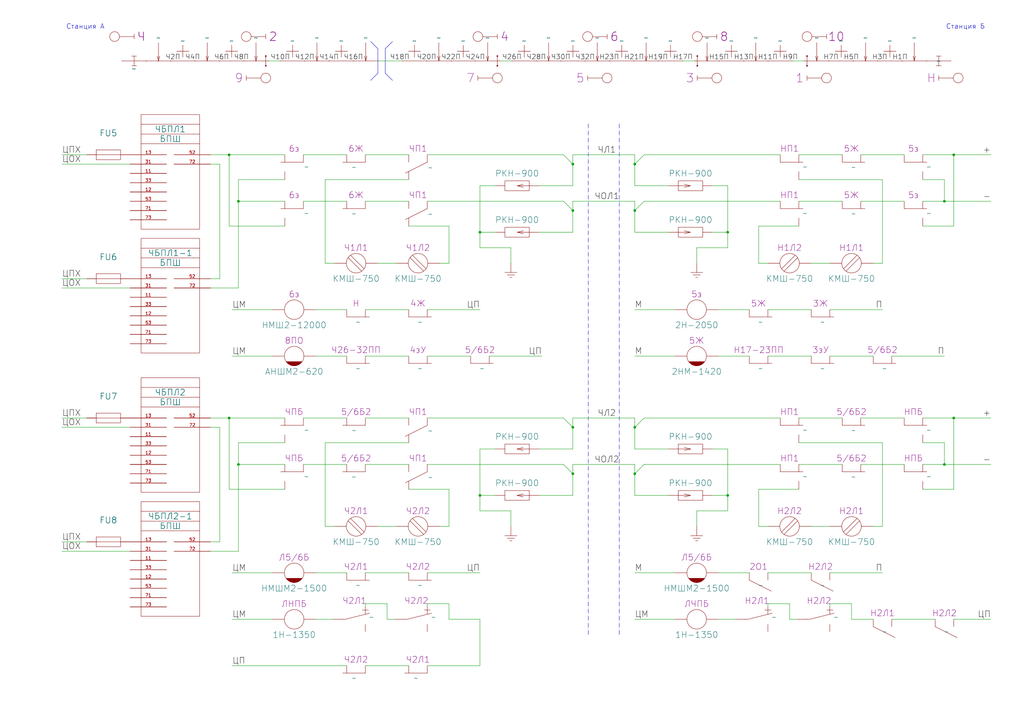
<source format=kicad_sch>
(kicad_sch (version 20231120) (generator "eeschema") (generator_version "8.0")
  (paper "A3")
  (title_block (title "Станция А") (company "МКТ РУТ (МИИТ)") (comment 1 "КП 27.02.03.03.000 ГЧ") (comment 2 "Сафранович") (comment 3 "Бузунова") (comment 9 "Схема линейных цепей"))
  (junction (at 260.35 194.31))
  (junction (at 260.35 67.31))
  (junction (at 260.35 86.36))
  (junction (at 387.35 82.55))
  (junction (at 387.35 190.5))
  (junction (at 234.95 194.31))
  (junction (at 196.85 203.2))
  (junction (at 234.95 67.31))
  (junction (at 97.79 82.55))
  (junction (at 298.45 203.2))
  (junction (at 234.95 86.36))
  (junction (at 93.98 171.45))
  (junction (at 391.16 171.45))
  (junction (at 196.85 95.25))
  (junction (at 298.45 95.25))
  (junction (at 234.95 175.26))
  (junction (at 97.79 190.5))
  (junction (at 93.98 63.5))
  (junction (at 260.35 175.26))
  (junction (at 391.16 63.5))
  (wire (pts (xy 311.15 215.9) (xy 314.96 215.9)))
  (wire (pts (xy 184.15 92.71) (xy 184.15 107.95)))
  (wire (pts (xy 298.45 184.15) (xy 292.1 184.15)))
  (wire (pts (xy 149.86 82.55) (xy 167.64 82.55)))
  (wire (pts (xy 124.46 190.5) (xy 142.24 190.5)))
  (wire (pts (xy 234.95 63.5) (xy 260.35 63.5)))
  (wire (pts (xy 196.85 184.15) (xy 196.85 203.2)))
  (wire (pts (xy 175.26 190.5) (xy 231.14 190.5)))
  (wire (pts (xy 149.86 247.65) (xy 149.86 248.92)))
  (wire (pts (xy 95.25 254) (xy 111.76 254)))
  (wire (pts (xy 25.4 67.31) (xy 53.34 67.31)))
  (wire (pts (xy 260.35 86.36) (xy 260.35 95.25)))
  (wire (pts (xy 93.98 92.71) (xy 116.84 92.71)))
  (wire (pts (xy 231.14 190.5) (xy 234.95 194.31)))
  (wire (pts (xy 391.16 63.5) (xy 391.16 92.71)))
  (wire (pts (xy 184.15 107.95) (xy 180.34 107.95)))
  (wire (pts (xy 149.86 273.05) (xy 167.64 273.05)))
  (wire (pts (xy 220.98 76.2) (xy 234.95 76.2)))
  (wire (pts (xy 129.54 254) (xy 136.525 254)))
  (wire (pts (xy 158.75 247.65) (xy 149.86 247.65)))
  (wire (pts (xy 298.45 203.2) (xy 298.45 209.55)))
  (wire (pts (xy 97.79 181.61) (xy 116.84 181.61)))
  (wire (pts (xy 298.45 95.25) (xy 298.45 101.6)))
  (polyline (pts (xy 161 17) (xy 158 20)))
  (wire (pts (xy 285.75 209.55) (xy 285.75 215.9)))
  (wire (pts (xy 298.45 184.15) (xy 298.45 203.2)))
  (wire (pts (xy 124.46 63.5) (xy 142.24 63.5)))
  (wire (pts (xy 196.85 95.25) (xy 203.2 95.25)))
  (wire (pts (xy 294.64 234.95) (xy 307.34 234.95)))
  (wire (pts (xy 391.16 63.5) (xy 378.46 63.5)))
  (wire (pts (xy 97.79 190.5) (xy 97.79 181.61)))
  (wire (pts (xy 95.25 146.05) (xy 111.76 146.05)))
  (wire (pts (xy 345.44 171.45) (xy 327.66 171.45)))
  (wire (pts (xy 345.44 190.5) (xy 327.66 190.5)))
  (wire (pts (xy 320.04 63.5) (xy 264.16 63.5)))
  (wire (pts (xy 298.45 203.2) (xy 292.1 203.2)))
  (wire (pts (xy 294.64 146.05) (xy 307.34 146.05)))
  (wire (pts (xy 391.16 171.45) (xy 391.16 200.66)))
  (wire (pts (xy 234.95 175.26) (xy 234.95 184.15)))
  (polyline (pts (xy 155 20) (xy 155 30)))
  (wire (pts (xy 391.16 92.71) (xy 378.46 92.71)))
  (wire (pts (xy 234.95 67.31) (xy 234.95 63.5)))
  (polyline (pts (xy 158 20) (xy 158 30)))
  (wire (pts (xy 196.85 203.2) (xy 196.85 209.55)))
  (wire (pts (xy 137.16 215.9) (xy 133.35 215.9)))
  (polyline (pts (xy 241.3 50.8) (xy 241.3 260.35)) (stroke (width 0) (type dash_dot)))
  (wire (pts (xy 25.4 226.06) (xy 53.34 226.06)))
  (wire (pts (xy 391.16 63.5) (xy 406.4 63.5)))
  (wire (pts (xy 340.36 146.05) (xy 358.14 146.05)))
  (wire (pts (xy 86.36 171.45) (xy 93.98 171.45)))
  (wire (pts (xy 97.79 82.55) (xy 116.84 82.55)))
  (wire (pts (xy 264.16 63.5) (xy 260.35 67.31)))
  (wire (pts (xy 200.66 146.05) (xy 222.25 146.05)))
  (wire (pts (xy 387.35 181.61) (xy 378.46 181.61)))
  (wire (pts (xy 311.15 107.95) (xy 314.96 107.95)))
  (wire (pts (xy 349.25 247.65) (xy 349.25 254)))
  (wire (pts (xy 231.14 82.55) (xy 234.95 86.36)))
  (wire (pts (xy 129.54 234.95) (xy 142.24 234.95)))
  (wire (pts (xy 320.04 171.45) (xy 264.16 171.45)))
  (wire (pts (xy 231.14 63.5) (xy 234.95 67.31)))
  (wire (pts (xy 97.79 118.11) (xy 97.79 82.55)))
  (wire (pts (xy 260.35 127) (xy 276.86 127)))
  (wire (pts (xy 93.98 200.66) (xy 116.84 200.66)))
  (wire (pts (xy 327.66 92.71) (xy 311.15 92.71)))
  (wire (pts (xy 370.84 63.5) (xy 353.06 63.5)))
  (wire (pts (xy 196.85 76.2) (xy 196.85 95.25)))
  (wire (pts (xy 260.35 194.31) (xy 260.35 203.2)))
  (wire (pts (xy 387.35 73.66) (xy 378.46 73.66)))
  (wire (pts (xy 365.76 254) (xy 383.54 254)))
  (wire (pts (xy 274.32 95.25) (xy 260.35 95.25)))
  (wire (pts (xy 323.85 254) (xy 323.85 247.65)))
  (wire (pts (xy 370.84 171.45) (xy 353.06 171.45)))
  (wire (pts (xy 25.4 175.26) (xy 53.34 175.26)))
  (wire (pts (xy 280 25) (xy 285 25)))
  (wire (pts (xy 196.85 273.05) (xy 196.85 254)))
  (wire (pts (xy 25.4 171.45) (xy 35.56 171.45)))
  (wire (pts (xy 320.04 82.55) (xy 264.16 82.55)))
  (wire (pts (xy 311.15 200.66) (xy 311.15 215.9)))
  (wire (pts (xy 155 25) (xy 165 25)))
  (wire (pts (xy 220.98 95.25) (xy 234.95 95.25)))
  (wire (pts (xy 234.95 190.5) (xy 260.35 190.5)))
  (wire (pts (xy 124.46 171.45) (xy 142.24 171.45)))
  (wire (pts (xy 332.74 215.9) (xy 340.36 215.9)))
  (wire (pts (xy 93.98 63.5) (xy 93.98 92.71)))
  (wire (pts (xy 175.26 63.5) (xy 231.14 63.5)))
  (wire (pts (xy 93.98 63.5) (xy 116.84 63.5)))
  (wire (pts (xy 234.95 82.55) (xy 260.35 82.55)))
  (wire (pts (xy 358.14 215.9) (xy 361.95 215.9)))
  (wire (pts (xy 184.15 215.9) (xy 180.34 215.9)))
  (wire (pts (xy 149.86 146.05) (xy 167.64 146.05)))
  (wire (pts (xy 90.17 222.25) (xy 86.36 222.25)))
  (wire (pts (xy 175.26 127) (xy 196.85 127)))
  (wire (pts (xy 133.35 107.95) (xy 133.35 73.66)))
  (wire (pts (xy 196.85 203.2) (xy 203.2 203.2)))
  (wire (pts (xy 167.64 92.71) (xy 184.15 92.71)))
  (wire (pts (xy 264.16 171.45) (xy 260.35 175.26)))
  (wire (pts (xy 260.35 190.5) (xy 260.35 194.31)))
  (wire (pts (xy 234.95 67.31) (xy 234.95 76.2)))
  (wire (pts (xy 298.45 76.2) (xy 298.45 95.25)))
  (wire (pts (xy 25.4 114.3) (xy 35.56 114.3)))
  (wire (pts (xy 260.35 146.05) (xy 276.86 146.05)))
  (wire (pts (xy 391.16 254) (xy 406.4 254)))
  (wire (pts (xy 391.16 171.45) (xy 378.46 171.45)))
  (wire (pts (xy 361.95 215.9) (xy 361.95 181.61)))
  (wire (pts (xy 184.15 247.65) (xy 184.15 254)))
  (wire (pts (xy 196.85 184.15) (xy 203.2 184.15)))
  (wire (pts (xy 332.74 107.95) (xy 340.36 107.95)))
  (wire (pts (xy 340.36 247.65) (xy 349.25 247.65)))
  (wire (pts (xy 175.26 273.05) (xy 196.85 273.05)))
  (wire (pts (xy 175.26 171.45) (xy 231.14 171.45)))
  (wire (pts (xy 133.35 215.9) (xy 133.35 181.61)))
  (wire (pts (xy 137.16 107.95) (xy 133.35 107.95)))
  (wire (pts (xy 90.17 175.26) (xy 90.17 222.25)))
  (wire (pts (xy 260.35 171.45) (xy 260.35 175.26)))
  (wire (pts (xy 220.98 203.2) (xy 234.95 203.2)))
  (wire (pts (xy 175.26 247.65) (xy 184.15 247.65)))
  (wire (pts (xy 260.35 63.5) (xy 260.35 67.31)))
  (wire (pts (xy 209.55 101.6) (xy 209.55 107.95)))
  (wire (pts (xy 231.14 171.45) (xy 234.95 175.26)))
  (wire (pts (xy 285.75 101.6) (xy 285.75 107.95)))
  (wire (pts (xy 95.25 234.95) (xy 111.76 234.95)))
  (wire (pts (xy 391.16 171.45) (xy 406.4 171.45)))
  (wire (pts (xy 196.85 101.6) (xy 209.55 101.6)))
  (wire (pts (xy 323.85 247.65) (xy 314.96 247.65)))
  (wire (pts (xy 196.85 254) (xy 184.15 254)))
  (wire (pts (xy 86.36 118.11) (xy 97.79 118.11)))
  (wire (pts (xy 158.75 254) (xy 158.75 247.65)))
  (wire (pts (xy 234.95 171.45) (xy 260.35 171.45)))
  (wire (pts (xy 124.46 82.55) (xy 142.24 82.55)))
  (wire (pts (xy 25.4 118.11) (xy 53.34 118.11)))
  (wire (pts (xy 234.95 86.36) (xy 234.95 82.55)))
  (wire (pts (xy 149.86 127) (xy 167.64 127)))
  (wire (pts (xy 175.26 146.05) (xy 193.04 146.05)))
  (wire (pts (xy 311.15 92.71) (xy 311.15 107.95)))
  (wire (pts (xy 298.45 95.25) (xy 292.1 95.25)))
  (wire (pts (xy 196.85 209.55) (xy 209.55 209.55)))
  (wire (pts (xy 387.35 190.5) (xy 378.46 190.5)))
  (wire (pts (xy 260.35 82.55) (xy 260.35 86.36)))
  (wire (pts (xy 294.64 127) (xy 307.34 127)))
  (wire (pts (xy 234.95 171.45) (xy 234.95 175.26)))
  (wire (pts (xy 149.86 190.5) (xy 167.64 190.5)))
  (wire (pts (xy 325 25) (xy 330 25)))
  (wire (pts (xy 209.55 209.55) (xy 209.55 215.9)))
  (wire (pts (xy 175.26 82.55) (xy 231.14 82.55)))
  (wire (pts (xy 314.96 127) (xy 332.74 127)))
  (wire (pts (xy 349.25 254) (xy 358.14 254)))
  (polyline (pts (xy 152 17) (xy 155 20)))
  (wire (pts (xy 387.35 82.55) (xy 387.35 73.66)))
  (wire (pts (xy 129.54 127) (xy 142.24 127)))
  (wire (pts (xy 93.98 171.45) (xy 93.98 200.66)))
  (wire (pts (xy 234.95 194.31) (xy 234.95 190.5)))
  (wire (pts (xy 320.04 190.5) (xy 264.16 190.5)))
  (wire (pts (xy 298.45 76.2) (xy 292.1 76.2)))
  (wire (pts (xy 260.35 254) (xy 276.86 254)))
  (wire (pts (xy 149.86 171.45) (xy 167.64 171.45)))
  (polyline (pts (xy 152 33) (xy 155 30)))
  (wire (pts (xy 340.36 248.92) (xy 340.36 247.65)))
  (wire (pts (xy 340.36 127) (xy 361.95 127)))
  (wire (pts (xy 162.56 107.95) (xy 154.94 107.95)))
  (wire (pts (xy 167.64 200.66) (xy 184.15 200.66)))
  (wire (pts (xy 90.17 67.31) (xy 90.17 114.3)))
  (wire (pts (xy 264.16 82.55) (xy 260.35 86.36)))
  (wire (pts (xy 175.26 234.95) (xy 196.85 234.95)))
  (wire (pts (xy 274.32 76.2) (xy 260.35 76.2)))
  (wire (pts (xy 361.95 107.95) (xy 361.95 73.66)))
  (wire (pts (xy 260.35 234.95) (xy 276.86 234.95)))
  (wire (pts (xy 205 25) (xy 210 25)))
  (wire (pts (xy 345.44 63.5) (xy 327.66 63.5)))
  (wire (pts (xy 260.35 67.31) (xy 260.35 76.2)))
  (wire (pts (xy 387.35 190.5) (xy 406.4 190.5)))
  (wire (pts (xy 370.84 190.5) (xy 353.06 190.5)))
  (wire (pts (xy 387.35 82.55) (xy 378.46 82.55)))
  (wire (pts (xy 133.35 181.61) (xy 167.64 181.61)))
  (wire (pts (xy 361.95 181.61) (xy 327.66 181.61)))
  (wire (pts (xy 361.95 73.66) (xy 327.66 73.66)))
  (wire (pts (xy 95.25 273.05) (xy 142.24 273.05)))
  (wire (pts (xy 358.14 107.95) (xy 361.95 107.95)))
  (wire (pts (xy 97.79 190.5) (xy 116.84 190.5)))
  (wire (pts (xy 294.64 254) (xy 301.625 254)))
  (wire (pts (xy 93.98 171.45) (xy 116.84 171.45)))
  (wire (pts (xy 314.96 234.95) (xy 332.74 234.95)))
  (polyline (pts (xy 254 50.8) (xy 254 260.35)) (stroke (width 0) (type dash_dot)))
  (wire (pts (xy 274.32 203.2) (xy 260.35 203.2)))
  (wire (pts (xy 298.45 209.55) (xy 285.75 209.55)))
  (wire (pts (xy 314.96 146.05) (xy 332.74 146.05)))
  (wire (pts (xy 274.32 184.15) (xy 260.35 184.15)))
  (wire (pts (xy 161.925 254) (xy 158.75 254)))
  (wire (pts (xy 391.16 200.66) (xy 378.46 200.66)))
  (wire (pts (xy 370.84 82.55) (xy 353.06 82.55)))
  (wire (pts (xy 264.16 190.5) (xy 260.35 194.31)))
  (wire (pts (xy 365.76 146.05) (xy 387.35 146.05)))
  (wire (pts (xy 86.36 63.5) (xy 93.98 63.5)))
  (wire (pts (xy 196.85 76.2) (xy 203.2 76.2)))
  (wire (pts (xy 110 25) (xy 115 25)))
  (wire (pts (xy 25.4 222.25) (xy 35.56 222.25)))
  (wire (pts (xy 25.4 63.5) (xy 35.56 63.5)))
  (wire (pts (xy 327.025 254) (xy 323.85 254)))
  (polyline (pts (xy 158 30) (xy 161 33)))
  (wire (pts (xy 149.86 63.5) (xy 167.64 63.5)))
  (wire (pts (xy 90.17 67.31) (xy 86.36 67.31)))
  (wire (pts (xy 97.79 73.66) (xy 116.84 73.66)))
  (wire (pts (xy 260.35 175.26) (xy 260.35 184.15)))
  (wire (pts (xy 95.25 127) (xy 111.76 127)))
  (wire (pts (xy 90.17 175.26) (xy 86.36 175.26)))
  (wire (pts (xy 387.35 190.5) (xy 387.35 181.61)))
  (wire (pts (xy 345.44 82.55) (xy 327.66 82.55)))
  (wire (pts (xy 162.56 215.9) (xy 154.94 215.9)))
  (wire (pts (xy 175.26 248.92) (xy 175.26 247.65)))
  (wire (pts (xy 387.35 82.55) (xy 406.4 82.55)))
  (wire (pts (xy 298.45 101.6) (xy 285.75 101.6)))
  (wire (pts (xy 340.36 234.95) (xy 361.95 234.95)))
  (wire (pts (xy 149.86 234.95) (xy 167.64 234.95)))
  (wire (pts (xy 133.35 73.66) (xy 167.64 73.66)))
  (wire (pts (xy 314.96 247.65) (xy 314.96 248.92)))
  (wire (pts (xy 327.66 200.66) (xy 311.15 200.66)))
  (wire (pts (xy 97.79 226.06) (xy 97.79 190.5)))
  (wire (pts (xy 184.15 200.66) (xy 184.15 215.9)))
  (wire (pts (xy 90.17 114.3) (xy 86.36 114.3)))
  (wire (pts (xy 97.79 82.55) (xy 97.79 73.66)))
  (wire (pts (xy 129.54 146.05) (xy 142.24 146.05)))
  (wire (pts (xy 234.95 194.31) (xy 234.95 203.2)))
  (wire (pts (xy 196.85 95.25) (xy 196.85 101.6)))
  (wire (pts (xy 86.36 226.06) (xy 97.79 226.06)))
  (wire (pts (xy 220.98 184.15) (xy 234.95 184.15)))
  (wire (pts (xy 234.95 86.36) (xy 234.95 95.25)))
  (text "Станция А" (at 35 11 0) (effects (font (size 2 2))))
  (text "Станция Б" (at 396 11 0) (effects (font (size 2 2))))
  (label "Ч10П" (at 119 25 180) (effects (font (size 2 2))) (property "Netclass" "Рельсы" (effects (hide yes))))
  (label "ЦПХ" (at 25.4 63.5 0) (effects (font (size 2.5 2.5))) (property "Netclass" "Цепь" (effects (hide yes))))
  (label "ЦП" (at 406.4 254 180) (effects (font (size 2.5 2.5))) (property "Netclass" "Цепь" (effects (hide yes))))
  (label "Н21П" (at 256 25 0) (effects (font (size 2 2))) (property "Netclass" "Рельсы" (effects (hide yes))))
  (label "Ч8П" (at 96 25 0) (effects (font (size 2 2))) (property "Netclass" "Рельсы" (effects (hide yes))))
  (label "ЦМ" (at 95.25 254 0) (effects (font (size 2.5 2.5))) (property "Netclass" "Цепь" (effects (hide yes))))
  (label "ЦП" (at 196.85 127 180) (effects (font (size 2.5 2.5))) (property "Netclass" "Цепь" (effects (hide yes))))
  (label "ЧОЛ2" (at 243.84 190.5 0) (effects (font (size 2.5 2.5))) (property "Netclass" "Цепь" (effects (hide yes))))
  (label "Ч6П" (at 94 25 180) (effects (font (size 2 2))) (property "Netclass" "Рельсы" (effects (hide yes))))
  (label "ЦПХ" (at 25.4 222.25 0) (effects (font (size 2.5 2.5))) (property "Netclass" "Цепь" (effects (hide yes))))
  (label "-" (at 406.4 190.5 180) (effects (font (size 2.5 2.5))) (property "Netclass" "Цепь" (effects (hide yes))))
  (label "Ч2П" (at 74 25 180) (effects (font (size 2 2))) (property "Netclass" "Рельсы" (effects (hide yes))))
  (label "ЦП" (at 222.25 146.05 180) (effects (font (size 2.5 2.5))) (property "Netclass" "Цепь" (effects (hide yes))))
  (label "М" (at 260.35 234.95 0) (effects (font (size 2.5 2.5))) (property "Netclass" "Цепь" (effects (hide yes))))
  (label "Ч4П" (at 76 25 0) (effects (font (size 2 2))) (property "Netclass" "Рельсы" (effects (hide yes))))
  (label "ЦОХ" (at 25.4 118.11 0) (effects (font (size 2.5 2.5))) (property "Netclass" "Цепь" (effects (hide yes))))
  (label "Ч28П" (at 216 25 0) (effects (font (size 2 2))) (property "Netclass" "Рельсы" (effects (hide yes))))
  (label "Ч12П" (at 121 25 0) (effects (font (size 2 2))) (property "Netclass" "Рельсы" (effects (hide yes))))
  (label "Н7П" (at 344 25 180) (effects (font (size 2 2))) (property "Netclass" "Рельсы" (effects (hide yes))))
  (label "ЦОХ" (at 25.4 67.31 0) (effects (font (size 2.5 2.5))) (property "Netclass" "Цепь" (effects (hide yes))))
  (label "М" (at 260.35 146.05 0) (effects (font (size 2.5 2.5))) (property "Netclass" "Цепь" (effects (hide yes))))
  (label "Ч24П" (at 191 25 0) (effects (font (size 2 2))) (property "Netclass" "Рельсы" (effects (hide yes))))
  (label "Н13П" (at 301 25 0) (effects (font (size 2 2))) (property "Netclass" "Рельсы" (effects (hide yes))))
  (label "П" (at 361.95 127 180) (effects (font (size 2.5 2.5))) (property "Netclass" "Цепь" (effects (hide yes))))
  (label "Н11П" (at 319 25 180) (effects (font (size 2 2))) (property "Netclass" "Рельсы" (effects (hide yes))))
  (label "ЧОЛ1" (at 243.84 82.55 0) (effects (font (size 2.5 2.5))) (property "Netclass" "Цепь" (effects (hide yes))))
  (label "П" (at 387.35 146.05 180) (effects (font (size 2.5 2.5))) (property "Netclass" "Цепь" (effects (hide yes))))
  (label "Ч22П" (at 189 25 180) (effects (font (size 2 2))) (property "Netclass" "Рельсы" (effects (hide yes))))
  (label "ЦПХ" (at 25.4 171.45 0) (effects (font (size 2.5 2.5))) (property "Netclass" "Цепь" (effects (hide yes))))
  (label "ЦМ" (at 95.25 127 0) (effects (font (size 2.5 2.5))) (property "Netclass" "Цепь" (effects (hide yes))))
  (label "+" (at 406.4 171.45 180) (effects (font (size 2.5 2.5))) (property "Netclass" "Цепь" (effects (hide yes))))
  (label "ЦОХ" (at 25.4 175.26 0) (effects (font (size 2.5 2.5))) (property "Netclass" "Цепь" (effects (hide yes))))
  (label "ЦОХ" (at 25.4 226.06 0) (effects (font (size 2.5 2.5))) (property "Netclass" "Цепь" (effects (hide yes))))
  (label "П" (at 361.95 234.95 180) (effects (font (size 2.5 2.5))) (property "Netclass" "Цепь" (effects (hide yes))))
  (label "-" (at 406.4 82.55 180) (effects (font (size 2.5 2.5))) (property "Netclass" "Цепь" (effects (hide yes))))
  (label "Ч26П" (at 214 25 180) (effects (font (size 2 2))) (property "Netclass" "Рельсы" (effects (hide yes))))
  (label "ЦП" (at 95.25 273.05 0) (effects (font (size 2.5 2.5))) (property "Netclass" "Цепь" (effects (hide yes))))
  (label "Ч32П" (at 236 25 0) (effects (font (size 2 2))) (property "Netclass" "Рельсы" (effects (hide yes))))
  (label "Н1П" (at 366 25 0) (effects (font (size 2 2))) (property "Netclass" "Рельсы" (effects (hide yes))))
  (label "М" (at 260.35 127 0) (effects (font (size 2.5 2.5))) (property "Netclass" "Цепь" (effects (hide yes))))
  (label "Н3П" (at 364 25 180) (effects (font (size 2 2))) (property "Netclass" "Рельсы" (effects (hide yes))))
  (label "ЧЛ1" (at 245.11 63.5 0) (effects (font (size 2.5 2.5))) (property "Netclass" "Цепь" (effects (hide yes))))
  (label "ЦМ" (at 95.25 234.95 0) (effects (font (size 2.5 2.5))) (property "Netclass" "Цепь" (effects (hide yes))))
  (label "Н23П" (at 254 25 180) (effects (font (size 2 2))) (property "Netclass" "Рельсы" (effects (hide yes))))
  (label "ЧЛ2" (at 245.11 171.45 0) (effects (font (size 2.5 2.5))) (property "Netclass" "Цепь" (effects (hide yes))))
  (label "Ч30П" (at 234 25 180) (effects (font (size 2 2))) (property "Netclass" "Рельсы" (effects (hide yes))))
  (label "Ч16П" (at 141 25 0) (effects (font (size 2 2))) (property "Netclass" "Рельсы" (effects (hide yes))))
  (label "Ч20П" (at 171 25 0) (effects (font (size 2 2))) (property "Netclass" "Рельсы" (effects (hide yes))))
  (label "+" (at 406.4 63.5 180) (effects (font (size 2.5 2.5))) (property "Netclass" "Цепь" (effects (hide yes))))
  (label "ЦМ" (at 95.25 146.05 0) (effects (font (size 2.5 2.5))) (property "Netclass" "Цепь" (effects (hide yes))))
  (label "ЦП" (at 196.85 234.95 180) (effects (font (size 2.5 2.5))) (property "Netclass" "Цепь" (effects (hide yes))))
  (label "Ч18П" (at 168 25 180) (effects (font (size 2 2))) (property "Netclass" "Рельсы" (effects (hide yes))))
  (label "Н9П" (at 321 25 0) (effects (font (size 2 2))) (property "Netclass" "Рельсы" (effects (hide yes))))
  (label "Н19П" (at 274 25 180) (effects (font (size 2 2))) (property "Netclass" "Рельсы" (effects (hide yes))))
  (label "ЦПХ" (at 25.4 114.3 0) (effects (font (size 2.5 2.5))) (property "Netclass" "Цепь" (effects (hide yes))))
  (label "Н15П" (at 299 25 180) (effects (font (size 2 2))) (property "Netclass" "Рельсы" (effects (hide yes))))
  (label "Н17П" (at 276 25 0) (effects (font (size 2 2))) (property "Netclass" "Рельсы" (effects (hide yes))))
  (label "ЦМ" (at 260.35 254 0) (effects (font (size 2.5 2.5))) (property "Netclass" "Цепь" (effects (hide yes))))
  (label "Н5П" (at 346 25 0) (effects (font (size 2 2))) (property "Netclass" "Рельсы" (effects (hide yes))))
  (label "Ч14П" (at 139 25 180) (effects (font (size 2 2))) (property "Netclass" "Рельсы" (effects (hide yes))))
  (symbol (lib_id "SCB_Relay:Контакт_нейтрального_якоря_НЗ") (at 323.85 190.5 0) (unit 1)
    (property "Reference" "Н1221" (effects (hide yes)))
    (property "Value" "~" (at 330.2 195.43 0) (effects (font (size 2.5 2.5))))
    (property "Обозначение реле" "НП1" (at 323.85 187.96 0) (effects (font (size 2.5 2.5))))
  )
  (symbol (lib_name "SCB_АБТЦ:Генератор_Нитки") (lib_id "SCB_АБТЦ:Генератор_Нитки") (at 105 25 180) (unit 1)
    (property "Reference" "Генератор1111121" (effects (hide yes)))
    (property "Value" "~" (at 105 15.48 0) (effects (font (size 2.5 2.5))))
  )
  (symbol (lib_id "SCB_Relay:Комбинированное") (at 349.25 107.95 0) (unit 1)
    (property "Reference" "К11" (effects (hide yes)))
    (property "Value" "КМШ-750" (at 349.25 114.3 0) (effects (font (size 2.5 2.5))))
    (property "Обозначение реле" "Н1Л1" (at 349.25 101.6 0) (effects (font (size 2.5 2.5))))
  )
  (symbol (lib_name "SCB_АБТЦ:Приемник_Нитки") (lib_id "SCB_АБТЦ:Приемник_Нитки") (at 215 25 180) (unit 1)
    (property "Reference" "Приемник1111131" (effects (hide yes)))
    (property "Value" "~" (at 215 16.75 0) (effects (font (size 2.5 2.5))))
  )
  (symbol (lib_id "SCB_Relay:Нейтральное") (at 285.75 127 0) (unit 1)
    (property "Reference" "Н11" (effects (hide yes)))
    (property "Value" "2Н-2050" (at 285.75 133.35 0) (effects (font (size 2.5 2.5))))
    (property "Обозначение реле" "5з" (at 285.75 120.65 0) (effects (font (size 2.5 2.5))))
  )
  (symbol (lib_id "Device_GOST:FU_FUSE") (at 44.45 114.3 0) (unit 1)
    (property "Reference" "FU6" (at 44.45 105.41 0) (effects (font (size 2.5 2.5))))
    (property "Value" "FU_FUSE" (effects (hide yes)))
  )
  (symbol (lib_id "power_GOST:Earth") (at 285.75 215.9 0) (mirror y) (unit 1)
    (property "Reference" "#PWR07" (effects (hide yes)))
    (property "Value" "Earth" (effects (hide yes)))
  )
  (symbol (lib_id "SCB:Светофор") (at 204 15 0) (unit 1)
    (property "Reference" "Светофор1121" (effects (hide yes)))
    (property "Литера" "4" (at 207 15 0) (effects (font (size 3.5 3.5))))
  )
  (symbol (lib_name "SCB_Relay:Контакт_нейтрального_якоря_НЗ") (lib_id "SCB_Relay:Контакт_нейтрального_якоря_НЗ") (at 120.65 63.5 0) (mirror y) (unit 1)
    (property "Reference" "Н1" (effects (hide yes)))
    (property "Value" "~" (at 125.73 68.43 0) (effects (font (size 2.5 2.5))))
    (property "Обозначение реле" "6з" (at 120.65 60.96 0) (effects (font (size 2.5 2.5))))
  )
  (symbol (lib_id "SCB_Relay:Комбинированное") (at 323.85 107.95 0) (unit 1)
    (property "Reference" "К111" (effects (hide yes)))
    (property "Value" "КМШ-750" (at 323.85 114.3 0) (effects (font (size 2.5 2.5))))
    (property "Обозначение реле" "Н1Л2" (at 323.85 101.6 0) (effects (font (size 2.5 2.5))))
  )
  (symbol (lib_name "SCB_АБТЦ:Генератор_Нитки") (lib_id "SCB_АБТЦ:Генератор_Нитки") (at 130 25 180) (unit 1)
    (property "Reference" "Генератор111111111" (effects (hide yes)))
    (property "Value" "~" (at 130 15.48 0) (effects (font (size 2.5 2.5))))
  )
  (symbol (lib_id "SCB_Relay:Контакт_нейтрального_якоря") (at 171.45 171.45 0) (mirror y) (unit 1)
    (property "Reference" "Н14" (effects (hide yes)))
    (property "Value" "~" (at 176.53 176.7 0) (effects (font (size 2.5 2.5))))
    (property "Обозначение реле" "ЧП1" (at 171.45 168.91 0) (effects (font (size 2.5 2.5))))
  )
  (symbol (lib_id "Blocks:БПШ") (at 69.85 63.5 0) (unit 1)
    (property "Reference" "ЧБПЛ1" (at 69.85 52.98 0) (effects (font (size 2.5 2.5))))
    (property "Value" "БПШ" (at 69.85 56.98 0) (effects (font (size 2.5 2.5))))
  )
  (symbol (lib_name "SCB_Relay:Контакт_нейтрального_якоря_НЗ") (lib_id "SCB_Relay:Контакт_нейтрального_якоря_НЗ") (at 146.05 171.45 0) (mirror y) (unit 3)
    (property "Reference" "Н111" (effects (hide yes)))
    (property "Value" "~" (at 145.205 176.53 0) (effects (font (size 2.5 2.5))))
    (property "Обозначение реле" "5/6Б2" (at 146.05 168.91 0) (effects (font (size 2.5 2.5))))
  )
  (symbol (lib_id "SCB_Relay:Разрядник") (at 212.09 95.25 0) (unit 1)
    (property "Reference" "FU9" (effects (hide yes)))
    (property "Value" "РКН-900" (at 212.09 90.17 0) (effects (font (size 2.5 2.5))))
  )
  (symbol (lib_name "SCB_Relay:Контакт_нейтрального_якоря_НЗ") (lib_id "SCB_Relay:Контакт_нейтрального_якоря_НЗ") (at 374.65 171.45 0) (unit 1)
    (property "Reference" "Н111" (effects (hide yes)))
    (property "Value" "~" (at 381 176.38 0) (effects (font (size 2.5 2.5))))
    (property "Обозначение реле" "НПБ" (at 374.65 168.91 0) (effects (font (size 2.5 2.5))))
  )
  (symbol (lib_name "SCB_АБТЦ:Приемник_Нитки") (lib_id "SCB_АБТЦ:Приемник_Нитки") (at 190 25 180) (unit 1)
    (property "Reference" "Приемник11111121" (effects (hide yes)))
    (property "Value" "~" (at 190 16.75 0) (effects (font (size 2.5 2.5))))
  )
  (symbol (lib_id "Blocks:БПШ") (at 69.85 222.25 0) (unit 1)
    (property "Reference" "ЧБПЛ2-1" (at 69.85 211.73 0) (effects (font (size 2.5 2.5))))
    (property "Value" "БПШ" (at 69.85 215.73 0) (effects (font (size 2.5 2.5))))
  )
  (symbol (lib_name "SCB_Relay:Контакт_нейтрального_якоря_НЗ") (lib_id "SCB_Relay:Контакт_нейтрального_якоря_НЗ") (at 146.05 190.5 0) (mirror y) (unit 3)
    (property "Reference" "Н1111" (effects (hide yes)))
    (property "Value" "~" (at 145.205 195.58 0) (effects (font (size 2.5 2.5))))
    (property "Обозначение реле" "5/6Б2" (at 146.05 187.96 0) (effects (font (size 2.5 2.5))))
  )
  (symbol (lib_name "SCB_Relay:Контакт_нейтрального_якоря") (lib_id "SCB_Relay:Контакт_нейтрального_якоря") (at 387.35 254 0) (unit 3)
    (property "Reference" "Н11211" (effects (hide yes)))
    (property "Value" "~" (at 388.195 259.08 0) (effects (font (size 2.5 2.5))))
    (property "Обозначение реле" "Н2Л2" (at 387.35 251.46 0) (effects (font (size 2.5 2.5))))
  )
  (symbol (lib_id "Device_GOST:FU_FUSE") (at 44.45 171.45 0) (unit 1)
    (property "Reference" "FU7" (at 44.45 162.56 0) (effects (font (size 2.5 2.5))))
    (property "Value" "FU_FUSE" (effects (hide yes)))
  )
  (symbol (lib_id "SCB:Светофор") (at 339 15 0) (unit 1)
    (property "Reference" "Светофор1311" (effects (hide yes)))
    (property "Литера" "10" (at 343 15 0) (effects (font (size 3.5 3.5))))
  )
  (symbol (lib_id "power_GOST:Earth") (at 209.55 107.95 0) (unit 1)
    (property "Reference" "#PWR04" (effects (hide yes)))
    (property "Value" "Earth" (effects (hide yes)))
  )
  (symbol (lib_name "SCB_АБТЦ:Генератор_Нитки") (lib_id "SCB_АБТЦ:Генератор_Нитки") (at 150 25 180) (unit 1)
    (property "Reference" "Генератор11111111" (effects (hide yes)))
    (property "Value" "~" (at 150 15.48 0) (effects (font (size 2.5 2.5))))
  )
  (symbol (lib_name "SCB_АБТЦ:Приемник_Нитки") (lib_id "SCB_АБТЦ:Приемник_Нитки") (at 120 25 180) (unit 1)
    (property "Reference" "Приемник1111111" (effects (hide yes)))
    (property "Value" "~" (at 120 16.75 0) (effects (font (size 2.5 2.5))))
  )
  (symbol (lib_id "SCB:УКСПС") (at 286 25 0) (unit 1)
    (property "Reference" "УКСПС121" (effects (hide yes)))
    (property "Литера" "?УКСПС" (effects (hide yes)))
  )
  (symbol (lib_name "SCB_Relay:Контакт_нейтрального_якоря_НЗ") (lib_id "SCB_Relay:Контакт_нейтрального_якоря_НЗ") (at 171.45 146.05 0) (unit 3)
    (property "Reference" "Н111" (effects (hide yes)))
    (property "Value" "~" (at 172.295 151.13 0) (effects (font (size 2.5 2.5))))
    (property "Обозначение реле" "4зУ" (at 171.45 143.51 0) (effects (font (size 2.5 2.5))))
  )
  (symbol (lib_id "SCB_Relay:Нейтральное_с_замедлением_на_отпуск") (at 120.65 146.05 0) (unit 1)
    (property "Reference" "Н1" (effects (hide yes)))
    (property "Value" "АНШМ2-620" (at 120.65 152.4 0) (effects (font (size 2.5 2.5))))
    (property "Обозначение реле" "8ПО" (at 120.65 139.7 0) (effects (font (size 2.5 2.5))))
  )
  (symbol (lib_name "SCB_Relay:Контакт_нейтрального_якоря_НЗ") (lib_id "SCB_Relay:Контакт_нейтрального_якоря_НЗ") (at 146.05 273.05 0) (mirror y) (unit 3)
    (property "Reference" "Н1121" (effects (hide yes)))
    (property "Value" "~" (at 145.205 278.13 0) (effects (font (size 2.5 2.5))))
    (property "Обозначение реле" "Ч2Л2" (at 146.05 270.51 0) (effects (font (size 2.5 2.5))))
  )
  (symbol (lib_id "Device_GOST:FU_FUSE") (at 44.45 63.5 0) (unit 1)
    (property "Reference" "FU5" (at 44.45 54.61 0) (effects (font (size 2.5 2.5))))
    (property "Value" "FU_FUSE" (effects (hide yes)))
  )
  (symbol (lib_id "SCB:Светофор") (at 196 32 180) (unit 1)
    (property "Reference" "Светофор1111" (effects (hide yes)))
    (property "Литера" "7" (at 193 32 0) (effects (font (size 3.5 3.5))))
  )
  (symbol (lib_id "SCB_Relay:Комбинированное") (at 349.25 215.9 0) (unit 1)
    (property "Reference" "К111" (effects (hide yes)))
    (property "Value" "КМШ-750" (at 349.25 222.25 0) (effects (font (size 2.5 2.5))))
    (property "Обозначение реле" "Н2Л1" (at 349.25 209.55 0) (effects (font (size 2.5 2.5))))
  )
  (symbol (lib_id "SCB:Светофор") (at 385 32 180) (unit 1)
    (property "Reference" "Светофор1131" (effects (hide yes)))
    (property "Литера" "Н" (at 382 32 0) (effects (font (size 3.5 3.5))))
  )
  (symbol (lib_name "SCB_Relay:Контакт_нейтрального_якоря_НЗ") (lib_id "SCB_Relay:Контакт_нейтрального_якоря_НЗ") (at 349.25 82.55 0) (unit 3)
    (property "Reference" "Н1111" (effects (hide yes)))
    (property "Value" "~" (at 350.095 87.63 0) (effects (font (size 2.5 2.5))))
    (property "Обозначение реле" "5Ж" (at 349.25 80.01 0) (effects (font (size 2.5 2.5))))
  )
  (symbol (lib_name "SCB_Relay:Контакт_нейтрального_якоря") (lib_id "SCB_Relay:Контакт_нейтрального_якоря") (at 171.45 63.5 0) (mirror y) (unit 1)
    (property "Reference" "Н1" (effects (hide yes)))
    (property "Value" "~" (at 176.53 68.75 0) (effects (font (size 2.5 2.5))))
    (property "Обозначение реле" "ЧП1" (at 171.45 60.96 0) (effects (font (size 2.5 2.5))))
  )
  (symbol (lib_id "SCB_Relay:Разрядник") (at 283.21 203.2 0) (mirror y) (unit 1)
    (property "Reference" "FU15" (effects (hide yes)))
    (property "Value" "РКН-900" (at 283.21 198.12 0) (effects (font (size 2.5 2.5))))
  )
  (symbol (lib_id "Device_GOST:FU_FUSE") (at 44.45 222.25 0) (unit 1)
    (property "Reference" "FU8" (at 44.45 213.36 0) (effects (font (size 2.5 2.5))))
    (property "Value" "FU_FUSE" (effects (hide yes)))
  )
  (symbol (lib_id "Blocks:БПШ") (at 69.85 171.45 0) (unit 1)
    (property "Reference" "ЧБПЛ2" (at 69.85 160.93 0) (effects (font (size 2.5 2.5))))
    (property "Value" "БПШ" (at 69.85 164.93 0) (effects (font (size 2.5 2.5))))
  )
  (symbol (lib_name "SCB_АБТЦ:Генератор_Нитки") (lib_id "SCB_АБТЦ:Генератор_Нитки") (at 310 25 180) (unit 1)
    (property "Reference" "Генератор11111171" (effects (hide yes)))
    (property "Value" "~" (at 310 15.48 0) (effects (font (size 2.5 2.5))))
  )
  (symbol (lib_name "SCB_АБТЦ:Генератор_Нитки") (lib_id "SCB_АБТЦ:Генератор_Нитки") (at 355 25 180) (unit 1)
    (property "Reference" "Генератор11111191" (effects (hide yes)))
    (property "Value" "~" (at 355 15.48 0) (effects (font (size 2.5 2.5))))
  )
  (symbol (lib_name "SCB_АБТЦ:Приемник_Нитки") (lib_id "SCB_АБТЦ:Приемник_Нитки") (at 140 25 180) (unit 1)
    (property "Reference" "Приемник11111111" (effects (hide yes)))
    (property "Value" "~" (at 140 16.75 0) (effects (font (size 2.5 2.5))))
  )
  (symbol (lib_name "SCB_АБТЦ:Генератор_Нитки") (lib_id "SCB_АБТЦ:Генератор_Нитки") (at 375 25 180) (unit 1)
    (property "Reference" "Генератор111111101" (effects (hide yes)))
    (property "Value" "~" (at 375 15.48 0) (effects (font (size 2.5 2.5))))
  )
  (symbol (lib_name "SCB_АБТЦ:Приемник_Нитки") (lib_id "SCB_АБТЦ:Приемник_Нитки") (at 300 25 180) (unit 1)
    (property "Reference" "Приемник1111171" (effects (hide yes)))
    (property "Value" "~" (at 300 16.75 0) (effects (font (size 2.5 2.5))))
  )
  (symbol (lib_name "SCB_Relay:Контакт_нейтрального_якоря_НЗ") (lib_id "SCB_Relay:Контакт_нейтрального_якоря_НЗ") (at 374.65 190.5 0) (unit 1)
    (property "Reference" "Н1111" (effects (hide yes)))
    (property "Value" "~" (at 381 195.43 0) (effects (font (size 2.5 2.5))))
    (property "Обозначение реле" "НПБ" (at 374.65 187.96 0) (effects (font (size 2.5 2.5))))
  )
  (symbol (lib_id "SCB_Relay:Комбинированное") (at 323.85 215.9 0) (unit 1)
    (property "Reference" "К1111" (effects (hide yes)))
    (property "Value" "КМШ-750" (at 323.85 222.25 0) (effects (font (size 2.5 2.5))))
    (property "Обозначение реле" "Н2Л2" (at 323.85 209.55 0) (effects (font (size 2.5 2.5))))
  )
  (symbol (lib_id "SCB_Relay:Разрядник") (at 212.09 76.2 0) (unit 1)
    (property "Reference" "FU8" (effects (hide yes)))
    (property "Value" "РКН-900" (at 212.09 71.12 0) (effects (font (size 2.5 2.5))))
  )
  (symbol (lib_id "SCB:Светофор") (at 241 32 180) (unit 1)
    (property "Reference" "Светофор11111" (effects (hide yes)))
    (property "Литера" "5" (at 238 32 0) (effects (font (size 3.5 3.5))))
  )
  (symbol (lib_name "SCB_АБТЦ:Генератор_Нитки") (lib_id "SCB_АБТЦ:Генератор_Нитки") (at 335 25 180) (unit 1)
    (property "Reference" "Генератор11111181" (effects (hide yes)))
    (property "Value" "~" (at 335 15.48 0) (effects (font (size 2.5 2.5))))
  )
  (symbol (lib_name "SCB:Изостык") (lib_id "SCB:Изостык") (at 55 25 0) (unit 2)
    (property "Reference" "И111" (effects (hide yes)))
    (property "Value" "~" (at 55 28.18 0) (effects (font (size 2.5 2.5))))
  )
  (symbol (lib_name "SCB_АБТЦ:Приемник_Нитки") (lib_id "SCB_АБТЦ:Приемник_Нитки") (at 170 25 180) (unit 1)
    (property "Reference" "Приемник1111121" (effects (hide yes)))
    (property "Value" "~" (at 170 16.75 0) (effects (font (size 2.5 2.5))))
  )
  (symbol (lib_id "SCB_Relay:Нейтральное") (at 120.65 127 0) (unit 1)
    (property "Reference" "Н1" (effects (hide yes)))
    (property "Value" "НМШ2-12000" (at 120.65 133.35 0) (effects (font (size 2.5 2.5))))
    (property "Обозначение реле" "6з" (at 120.65 120.65 0) (effects (font (size 2.5 2.5))))
  )
  (symbol (lib_id "SCB:Светофор") (at 331 32 180) (unit 1)
    (property "Reference" "Светофор1211" (effects (hide yes)))
    (property "Литера" "1" (at 328 32 0) (effects (font (size 3.5 3.5))))
  )
  (symbol (lib_id "power_GOST:Earth") (at 285.75 107.95 0) (mirror y) (unit 1)
    (property "Reference" "#PWR06" (effects (hide yes)))
    (property "Value" "Earth" (effects (hide yes)))
  )
  (symbol (lib_name "SCB_Relay:Контакт_нейтрального_якоря_НЗ") (lib_id "SCB_Relay:Контакт_нейтрального_якоря_НЗ") (at 196.85 146.05 0) (unit 3)
    (property "Reference" "Н111" (effects (hide yes)))
    (property "Value" "~" (at 197.695 151.13 0) (effects (font (size 2.5 2.5))))
    (property "Обозначение реле" "5/6Б2" (at 196.85 143.51 0) (effects (font (size 2.5 2.5))))
  )
  (symbol (lib_name "SCB_АБТЦ:Генератор_Нитки") (lib_id "SCB_АБТЦ:Генератор_Нитки") (at 290 25 180) (unit 1)
    (property "Reference" "Генератор11111161" (effects (hide yes)))
    (property "Value" "~" (at 290 15.48 0) (effects (font (size 2.5 2.5))))
  )
  (symbol (lib_id "Blocks:БПШ") (at 69.85 114.3 0) (unit 1)
    (property "Reference" "ЧБПЛ1-1" (at 69.85 103.78 0) (effects (font (size 2.5 2.5))))
    (property "Value" "БПШ" (at 69.85 107.78 0) (effects (font (size 2.5 2.5))))
  )
  (symbol (lib_name "SCB_Relay:Контакт_нейтрального_якоря_НЗ") (lib_id "SCB_Relay:Контакт_нейтрального_якоря_НЗ") (at 146.05 82.55 0) (mirror y) (unit 3)
    (property "Reference" "Н111" (effects (hide yes)))
    (property "Value" "~" (at 145.205 87.63 0) (effects (font (size 2.5 2.5))))
    (property "Обозначение реле" "6Ж" (at 146.05 80.01 0) (effects (font (size 2.5 2.5))))
  )
  (symbol (lib_id "SCB_Relay:Нейтральное_с_замедлением_на_отпуск") (at 120.65 234.95 0) (unit 1)
    (property "Reference" "Н131" (effects (hide yes)))
    (property "Value" "НМШМ2-1500" (at 120.65 241.3 0) (effects (font (size 2.5 2.5))))
    (property "Обозначение реле" "Л5/6Б" (at 120.65 228.6 0) (effects (font (size 2.5 2.5))))
  )
  (symbol (lib_name "SCB_АБТЦ:Приемник_Нитки") (lib_id "SCB_АБТЦ:Приемник_Нитки") (at 365 25 180) (unit 1)
    (property "Reference" "Приемник11111101" (effects (hide yes)))
    (property "Value" "~" (at 365 16.75 0) (effects (font (size 2.5 2.5))))
  )
  (symbol (lib_id "power_GOST:Earth") (at 209.55 215.9 0) (unit 1)
    (property "Reference" "#PWR05" (effects (hide yes)))
    (property "Value" "Earth" (effects (hide yes)))
  )
  (symbol (lib_name "SCB_Relay:Контакт_нейтрального_якоря") (lib_id "SCB_Relay:Контакт_нейтрального_якоря") (at 361.95 254 0) (unit 3)
    (property "Reference" "Н1111" (effects (hide yes)))
    (property "Value" "~" (at 362.795 259.08 0) (effects (font (size 2.5 2.5))))
    (property "Обозначение реле" "Н2Л1" (at 361.95 251.46 0) (effects (font (size 2.5 2.5))))
  )
  (symbol (lib_id "SCB:УКСПС") (at 204 25 0) (unit 1)
    (property "Reference" "УКСПС111" (effects (hide yes)))
    (property "Литера" "?УКСПС" (effects (hide yes)))
  )
  (symbol (lib_name "SCB_Relay:Контакт_нейтрального_якоря_НЗ") (lib_id "SCB_Relay:Контакт_нейтрального_якоря_НЗ") (at 323.85 171.45 0) (unit 1)
    (property "Reference" "Н141" (effects (hide yes)))
    (property "Value" "~" (at 330.2 176.38 0) (effects (font (size 2.5 2.5))))
    (property "Обозначение реле" "НП1" (at 323.85 168.91 0) (effects (font (size 2.5 2.5))))
  )
  (symbol (lib_name "SCB_АБТЦ:Генератор_Нитки") (lib_id "SCB_АБТЦ:Генератор_Нитки") (at 85 25 180) (unit 1)
    (property "Reference" "Генератор1111111" (effects (hide yes)))
    (property "Value" "~" (at 85 15.48 0) (effects (font (size 2.5 2.5))))
  )
  (symbol (lib_name "SCB_АБТЦ:Генератор_Нитки") (lib_id "SCB_АБТЦ:Генератор_Нитки") (at 245 25 180) (unit 1)
    (property "Reference" "Генератор11111141" (effects (hide yes)))
    (property "Value" "~" (at 245 15.48 0) (effects (font (size 2.5 2.5))))
  )
  (symbol (lib_name "SCB_Relay:Контакт_нейтрального_якоря_НЗ") (lib_id "SCB_Relay:Контакт_нейтрального_якоря_НЗ") (at 349.25 63.5 0) (unit 3)
    (property "Reference" "Н111" (effects (hide yes)))
    (property "Value" "~" (at 350.095 68.58 0) (effects (font (size 2.5 2.5))))
    (property "Обозначение реле" "5Ж" (at 349.25 60.96 0) (effects (font (size 2.5 2.5))))
  )
  (symbol (lib_id "SCB:Светофор") (at 101 32 180) (unit 1)
    (property "Reference" "Светофор121" (effects (hide yes)))
    (property "Литера" "9" (at 98 32 0) (effects (font (size 3.5 3.5))))
  )
  (symbol (lib_name "SCB_АБТЦ:Приемник_Нитки") (lib_id "SCB_АБТЦ:Приемник_Нитки") (at 75 25 180) (unit 1)
    (property "Reference" "Приемник11111" (effects (hide yes)))
    (property "Value" "~" (at 75 16.75 0) (effects (font (size 2.5 2.5))))
  )
  (symbol (lib_name "SCB_Relay:Контакт_нейтрального_якоря_НЗ") (lib_id "SCB_Relay:Контакт_нейтрального_якоря_НЗ") (at 374.65 63.5 0) (unit 1)
    (property "Reference" "Н11" (effects (hide yes)))
    (property "Value" "~" (at 381 68.43 0) (effects (font (size 2.5 2.5))))
    (property "Обозначение реле" "5з" (at 374.65 60.96 0) (effects (font (size 2.5 2.5))))
  )
  (symbol (lib_name "SCB_Relay:Контакт_нейтрального_якоря_НЗ") (lib_id "SCB_Relay:Контакт_нейтрального_якоря_НЗ") (at 374.65 82.55 0) (unit 1)
    (property "Reference" "Н111" (effects (hide yes)))
    (property "Value" "~" (at 381 87.48 0) (effects (font (size 2.5 2.5))))
    (property "Обозначение реле" "5з" (at 374.65 80.01 0) (effects (font (size 2.5 2.5))))
  )
  (symbol (lib_id "SCB_Relay:Нейтральное") (at 120.65 254 0) (unit 1)
    (property "Reference" "Н121" (effects (hide yes)))
    (property "Value" "1Н-1350" (at 120.65 260.35 0) (effects (font (size 2.5 2.5))))
    (property "Обозначение реле" "ЛНПБ" (at 120.65 247.65 0) (effects (font (size 2.5 2.5))))
  )
  (symbol (lib_name "SCB_Relay:Контакт_нейтрального_якоря_НЗ") (lib_id "SCB_Relay:Контакт_нейтрального_якоря_НЗ") (at 171.45 273.05 0) (mirror y) (unit 3)
    (property "Reference" "Н111" (effects (hide yes)))
    (property "Value" "~" (at 170.605 278.13 0) (effects (font (size 2.5 2.5))))
    (property "Обозначение реле" "Ч2Л1" (at 171.45 270.51 0) (effects (font (size 2.5 2.5))))
  )
  (symbol (lib_id "SCB_Relay:Разрядник") (at 212.09 184.15 0) (unit 1)
    (property "Reference" "FU10" (effects (hide yes)))
    (property "Value" "РКН-900" (at 212.09 179.07 0) (effects (font (size 2.5 2.5))))
  )
  (symbol (lib_name "SCB_Relay:Контакт_нейтрального_якоря_НЗ") (lib_id "SCB_Relay:Контакт_нейтрального_якоря_НЗ") (at 146.05 63.5 0) (mirror y) (unit 3)
    (property "Reference" "Н11" (effects (hide yes)))
    (property "Value" "~" (at 145.205 68.58 0) (effects (font (size 2.5 2.5))))
    (property "Обозначение реле" "6Ж" (at 146.05 60.96 0) (effects (font (size 2.5 2.5))))
  )
  (symbol (lib_name "SCB_АБТЦ:Приемник_Нитки") (lib_id "SCB_АБТЦ:Приемник_Нитки") (at 320 25 180) (unit 1)
    (property "Reference" "Приемник1111181" (effects (hide yes)))
    (property "Value" "~" (at 320 16.75 0) (effects (font (size 2.5 2.5))))
  )
  (symbol (lib_id "SCB_Relay:Нейтральное_с_замедлением_на_отпуск") (at 285.75 146.05 0) (unit 1)
    (property "Reference" "Н12" (effects (hide yes)))
    (property "Value" "2НМ-1420" (at 285.75 152.4 0) (effects (font (size 2.5 2.5))))
    (property "Обозначение реле" "5Ж" (at 285.75 139.7 0) (effects (font (size 2.5 2.5))))
  )
  (symbol (lib_id "SCB_Relay:Контакт_поляризованного_якоря") (at 306.705 254 0) (unit 1)
    (property "Reference" "П11" (effects (hide yes)))
    (property "Value" "~" (at 317.5 253.135 0) (effects (font (size 2.5 2.5))))
    (property "Обозначение реле" "Н2Л1" (at 310.515 246.38 0) (effects (font (size 2.5 2.5))))
  )
  (symbol (lib_name "SCB_АБТЦ:Приемник_Нитки") (lib_id "SCB_АБТЦ:Приемник_Нитки") (at 95 25 180) (unit 1)
    (property "Reference" "Приемник11121" (effects (hide yes)))
    (property "Value" "~" (at 95 16.75 0) (effects (font (size 2.5 2.5))))
  )
  (symbol (lib_name "SCB_АБТЦ:Приемник_Нитки") (lib_id "SCB_АБТЦ:Приемник_Нитки") (at 275 25 180) (unit 1)
    (property "Reference" "Приемник1111161" (effects (hide yes)))
    (property "Value" "~" (at 275 16.75 0) (effects (font (size 2.5 2.5))))
  )
  (symbol (lib_name "SCB_Relay:Контакт_нейтрального_якоря_НЗ") (lib_id "SCB_Relay:Контакт_нейтрального_якоря_НЗ") (at 120.65 82.55 0) (mirror y) (unit 1)
    (property "Reference" "Н11" (effects (hide yes)))
    (property "Value" "~" (at 125.73 87.48 0) (effects (font (size 2.5 2.5))))
    (property "Обозначение реле" "6з" (at 120.65 80.01 0) (effects (font (size 2.5 2.5))))
  )
  (symbol (lib_name "SCB_Relay:Контакт_нейтрального_якоря_НЗ") (lib_id "SCB_Relay:Контакт_нейтрального_якоря_НЗ") (at 146.05 234.95 0) (unit 3)
    (property "Reference" "Н11" (effects (hide yes)))
    (property "Value" "~" (at 146.895 240.03 0) (effects (font (size 2.5 2.5))))
    (property "Обозначение реле" "Ч2Л1" (at 146.05 232.41 0) (effects (font (size 2.5 2.5))))
  )
  (symbol (lib_name "SCB_Relay:Контакт_нейтрального_якоря_НЗ") (lib_id "SCB_Relay:Контакт_нейтрального_якоря_НЗ") (at 171.45 234.95 0) (unit 3)
    (property "Reference" "Н112" (effects (hide yes)))
    (property "Value" "~" (at 172.295 240.03 0) (effects (font (size 2.5 2.5))))
    (property "Обозначение реле" "Ч2Л2" (at 171.45 232.41 0) (effects (font (size 2.5 2.5))))
  )
  (symbol (lib_id "SCB_Relay:Нейтральное") (at 285.75 254 0) (unit 1)
    (property "Reference" "Н1211" (effects (hide yes)))
    (property "Value" "1Н-1350" (at 285.75 260.35 0) (effects (font (size 2.5 2.5))))
    (property "Обозначение реле" "ЛЧПБ" (at 285.75 247.65 0) (effects (font (size 2.5 2.5))))
  )
  (symbol (lib_name "SCB_Relay:Контакт_нейтрального_якоря_НЗ") (lib_id "SCB_Relay:Контакт_нейтрального_якоря_НЗ") (at 361.95 146.05 0) (unit 3)
    (property "Reference" "Н1111" (effects (hide yes)))
    (property "Value" "~" (at 362.795 151.13 0) (effects (font (size 2.5 2.5))))
    (property "Обозначение реле" "5/6Б2" (at 361.95 143.51 0) (effects (font (size 2.5 2.5))))
  )
  (symbol (lib_id "SCB_Relay:Комбинированное") (at 171.45 107.95 0) (mirror y) (unit 1)
    (property "Reference" "К11" (effects (hide yes)))
    (property "Value" "КМШ-750" (at 171.45 114.3 0) (effects (font (size 2.5 2.5))))
    (property "Обозначение реле" "Ч1Л2" (at 171.45 101.6 0) (effects (font (size 2.5 2.5))))
  )
  (symbol (lib_id "SCB_Relay:Комбинированное") (at 146.05 107.95 0) (mirror y) (unit 1)
    (property "Reference" "К1" (effects (hide yes)))
    (property "Value" "КМШ-750" (at 146.05 114.3 0) (effects (font (size 2.5 2.5))))
    (property "Обозначение реле" "Ч1Л1" (at 146.05 101.6 0) (effects (font (size 2.5 2.5))))
  )
  (symbol (lib_name "SCB_Relay:Контакт_нейтрального_якоря_НЗ") (lib_id "SCB_Relay:Контакт_нейтрального_якоря_НЗ") (at 336.55 127 0) (unit 3)
    (property "Reference" "Н111" (effects (hide yes)))
    (property "Value" "~" (at 337.395 132.08 0) (effects (font (size 2.5 2.5))))
    (property "Обозначение реле" "3Ж" (at 336.55 124.46 0) (effects (font (size 2.5 2.5))))
  )
  (symbol (lib_id "SCB:УКСПС") (at 109 25 0) (unit 1)
    (property "Reference" "УКСПС111" (effects (hide yes)))
    (property "Литера" "?УКСПС" (effects (hide yes)))
  )
  (symbol (lib_id "SCB_Relay:Разрядник") (at 212.09 203.2 0) (unit 1)
    (property "Reference" "FU11" (effects (hide yes)))
    (property "Value" "РКН-900" (at 212.09 198.12 0) (effects (font (size 2.5 2.5))))
  )
  (symbol (lib_id "SCB_Relay:Контакт_поляризованного_якоря") (at 141.605 254 0) (unit 1)
    (property "Reference" "П1" (effects (hide yes)))
    (property "Value" "~" (at 152.4 253.135 0) (effects (font (size 2.5 2.5))))
    (property "Обозначение реле" "Ч2Л1" (at 145.415 246.38 0) (effects (font (size 2.5 2.5))))
  )
  (symbol (lib_name "SCB_Relay:Контакт_нейтрального_якоря_НЗ") (lib_id "SCB_Relay:Контакт_нейтрального_якоря_НЗ") (at 311.15 146.05 0) (unit 3)
    (property "Reference" "Н111111" (effects (hide yes)))
    (property "Value" "~" (at 311.995 151.13 0) (effects (font (size 2.5 2.5))))
    (property "Обозначение реле" "Н17-23ПП" (at 311.15 143.51 0) (effects (font (size 2.5 2.5))))
  )
  (symbol (lib_name "SCB_Relay:Контакт_нейтрального_якоря") (lib_id "SCB_Relay:Контакт_нейтрального_якоря") (at 171.45 190.5 0) (mirror y) (unit 1)
    (property "Reference" "Н122" (effects (hide yes)))
    (property "Value" "~" (at 176.53 195.75 0) (effects (font (size 2.5 2.5))))
    (property "Обозначение реле" "ЧП1" (at 171.45 187.96 0) (effects (font (size 2.5 2.5))))
  )
  (symbol (lib_name "SCB_Relay:Контакт_нейтрального_якоря_НЗ") (lib_id "SCB_Relay:Контакт_нейтрального_якоря_НЗ") (at 336.55 146.05 0) (unit 3)
    (property "Reference" "Н1111" (effects (hide yes)))
    (property "Value" "~" (at 337.395 151.13 0) (effects (font (size 2.5 2.5))))
    (property "Обозначение реле" "3зУ" (at 336.55 143.51 0) (effects (font (size 2.5 2.5))))
  )
  (symbol (lib_name "SCB_Relay:Контакт_нейтрального_якоря_НЗ") (lib_id "SCB_Relay:Контакт_нейтрального_якоря_НЗ") (at 146.05 146.05 0) (unit 3)
    (property "Reference" "Н111111" (effects (hide yes)))
    (property "Value" "~" (at 146.895 151.13 0) (effects (font (size 2.5 2.5))))
    (property "Обозначение реле" "Ч26-32ПП" (at 146.05 143.51 0) (effects (font (size 2.5 2.5))))
  )
  (symbol (lib_name "SCB_Relay:Контакт_нейтрального_якоря_НЗ") (lib_id "SCB_Relay:Контакт_нейтрального_якоря_НЗ") (at 349.25 190.5 0) (unit 3)
    (property "Reference" "Н11111" (effects (hide yes)))
    (property "Value" "~" (at 350.095 195.58 0) (effects (font (size 2.5 2.5))))
    (property "Обозначение реле" "5/6Б2" (at 349.25 187.96 0) (effects (font (size 2.5 2.5))))
  )
  (symbol (lib_name "SCB_Relay:Контакт_нейтрального_якоря_НЗ") (lib_id "SCB_Relay:Контакт_нейтрального_якоря_НЗ") (at 349.25 171.45 0) (unit 3)
    (property "Reference" "Н1111" (effects (hide yes)))
    (property "Value" "~" (at 350.095 176.53 0) (effects (font (size 2.5 2.5))))
    (property "Обозначение реле" "5/6Б2" (at 349.25 168.91 0) (effects (font (size 2.5 2.5))))
  )
  (symbol (lib_name "SCB_Relay:Контакт_нейтрального_якоря_НЗ") (lib_id "SCB_Relay:Контакт_нейтрального_якоря_НЗ") (at 120.65 190.5 0) (mirror y) (unit 1)
    (property "Reference" "Н111" (effects (hide yes)))
    (property "Value" "~" (at 125.73 195.43 0) (effects (font (size 2.5 2.5))))
    (property "Обозначение реле" "ЧПБ" (at 120.65 187.96 0) (effects (font (size 2.5 2.5))))
  )
  (symbol (lib_name "SCB_Relay:Контакт_нейтрального_якоря_НЗ") (lib_id "SCB_Relay:Контакт_нейтрального_якоря_НЗ") (at 311.15 127 0) (unit 3)
    (property "Reference" "Н13" (effects (hide yes)))
    (property "Value" "~" (at 311.995 132.08 0) (effects (font (size 2.5 2.5))))
    (property "Обозначение реле" "5Ж" (at 311.15 124.46 0) (effects (font (size 2.5 2.5))))
  )
  (symbol (lib_id "SCB:Светофор") (at 286 32 180) (unit 1)
    (property "Reference" "Светофор11131" (effects (hide yes)))
    (property "Литера" "3" (at 283 32 0) (effects (font (size 3.5 3.5))))
  )
  (symbol (lib_name "SCB_АБТЦ:Генератор_Нитки") (lib_id "SCB_АБТЦ:Генератор_Нитки") (at 265 25 180) (unit 1)
    (property "Reference" "Генератор11111151" (effects (hide yes)))
    (property "Value" "~" (at 265 15.48 0) (effects (font (size 2.5 2.5))))
  )
  (symbol (lib_name "SCB_АБТЦ:Генератор_Нитки") (lib_id "SCB_АБТЦ:Генератор_Нитки") (at 200 25 180) (unit 1)
    (property "Reference" "Генератор11111121" (effects (hide yes)))
    (property "Value" "~" (at 200 15.48 0) (effects (font (size 2.5 2.5))))
  )
  (symbol (lib_name "SCB_АБТЦ:Приемник_Нитки") (lib_id "SCB_АБТЦ:Приемник_Нитки") (at 235 25 180) (unit 1)
    (property "Reference" "Приемник1111141" (effects (hide yes)))
    (property "Value" "~" (at 235 16.75 0) (effects (font (size 2.5 2.5))))
  )
  (symbol (lib_name "SCB_АБТЦ:Генератор_Нитки") (lib_id "SCB_АБТЦ:Генератор_Нитки") (at 65 25 180) (unit 1)
    (property "Reference" "Генератор11111" (effects (hide yes)))
    (property "Value" "~" (at 65 15.48 0) (effects (font (size 2.5 2.5))))
  )
  (symbol (lib_id "SCB_Relay:Нейтральное_с_замедлением_на_отпуск") (at 285.75 234.95 0) (unit 1)
    (property "Reference" "Н1311" (effects (hide yes)))
    (property "Value" "НМШМ2-1500" (at 285.75 241.3 0) (effects (font (size 2.5 2.5))))
    (property "Обозначение реле" "Л5/6Б" (at 285.75 228.6 0) (effects (font (size 2.5 2.5))))
  )
  (symbol (lib_id "SCB_Relay:Разрядник") (at 283.21 95.25 0) (mirror y) (unit 1)
    (property "Reference" "FU13" (effects (hide yes)))
    (property "Value" "РКН-900" (at 283.21 90.17 0) (effects (font (size 2.5 2.5))))
  )
  (symbol (lib_name "SCB_АБТЦ:Генератор_Нитки") (lib_id "SCB_АБТЦ:Генератор_Нитки") (at 225 25 180) (unit 1)
    (property "Reference" "Генератор11111131" (effects (hide yes)))
    (property "Value" "~" (at 225 15.48 0) (effects (font (size 2.5 2.5))))
  )
  (symbol (lib_name "SCB_АБТЦ:Генератор_Нитки") (lib_id "SCB_АБТЦ:Генератор_Нитки") (at 180 25 180) (unit 1)
    (property "Reference" "Генератор111111121" (effects (hide yes)))
    (property "Value" "~" (at 180 15.48 0) (effects (font (size 2.5 2.5))))
  )
  (symbol (lib_name "SCB_Relay:Контакт_нейтрального_якоря") (lib_id "SCB_Relay:Контакт_нейтрального_якоря") (at 171.45 82.55 0) (mirror y) (unit 1)
    (property "Reference" "Н12" (effects (hide yes)))
    (property "Value" "~" (at 176.53 87.8 0) (effects (font (size 2.5 2.5))))
    (property "Обозначение реле" "ЧП1" (at 171.45 80.01 0) (effects (font (size 2.5 2.5))))
  )
  (symbol (lib_id "SCB_Relay:Контакт_поляризованного_якоря") (at 332.105 254 0) (unit 1)
    (property "Reference" "П111" (effects (hide yes)))
    (property "Value" "~" (at 342.9 253.135 0) (effects (font (size 2.5 2.5))))
    (property "Обозначение реле" "Н2Л2" (at 335.915 246.38 0) (effects (font (size 2.5 2.5))))
  )
  (symbol (lib_id "SCB_Relay:Контакт_поляризованного_якоря") (at 167.005 254 0) (unit 1)
    (property "Reference" "П11" (effects (hide yes)))
    (property "Value" "~" (at 177.8 253.135 0) (effects (font (size 2.5 2.5))))
    (property "Обозначение реле" "Ч2Л2" (at 170.815 246.38 0) (effects (font (size 2.5 2.5))))
  )
  (symbol (lib_name "SCB_АБТЦ:Приемник_Нитки") (lib_id "SCB_АБТЦ:Приемник_Нитки") (at 255 25 180) (unit 1)
    (property "Reference" "Приемник1111151" (effects (hide yes)))
    (property "Value" "~" (at 255 16.75 0) (effects (font (size 2.5 2.5))))
  )
  (symbol (lib_name "SCB_АБТЦ:Приемник_Нитки") (lib_id "SCB_АБТЦ:Приемник_Нитки") (at 345 25 180) (unit 1)
    (property "Reference" "Приемник1111191" (effects (hide yes)))
    (property "Value" "~" (at 345 16.75 0) (effects (font (size 2.5 2.5))))
  )
  (symbol (lib_id "SCB:Светофор") (at 249 15 0) (unit 1)
    (property "Reference" "Светофор11121" (effects (hide yes)))
    (property "Литера" "6" (at 252 15 0) (effects (font (size 3.5 3.5))))
  )
  (symbol (lib_id "SCB_Relay:Разрядник") (at 283.21 184.15 0) (mirror y) (unit 1)
    (property "Reference" "FU14" (effects (hide yes)))
    (property "Value" "РКН-900" (at 283.21 179.07 0) (effects (font (size 2.5 2.5))))
  )
  (symbol (lib_name "SCB_Relay:Контакт_нейтрального_якоря") (lib_id "SCB_Relay:Контакт_нейтрального_якоря") (at 311.15 234.95 0) (unit 3)
    (property "Reference" "Н111" (effects (hide yes)))
    (property "Value" "~" (at 311.995 240.03 0) (effects (font (size 2.5 2.5))))
    (property "Обозначение реле" "2О1" (at 311.15 232.41 0) (effects (font (size 2.5 2.5))))
  )
  (symbol (lib_name "SCB_Relay:Контакт_нейтрального_якоря_НЗ") (lib_id "SCB_Relay:Контакт_нейтрального_якоря_НЗ") (at 146.05 127 0) (unit 3)
    (property "Reference" "Н1" (effects (hide yes)))
    (property "Value" "~" (at 146.895 132.08 0) (effects (font (size 2.5 2.5))))
    (property "Обозначение реле" "Н" (at 146.05 124.46 0) (effects (font (size 2.5 2.5))))
  )
  (symbol (lib_name "SCB_Relay:Контакт_нейтрального_якоря") (lib_id "SCB_Relay:Контакт_нейтрального_якоря") (at 336.55 234.95 0) (unit 3)
    (property "Reference" "Н1121" (effects (hide yes)))
    (property "Value" "~" (at 337.395 240.03 0) (effects (font (size 2.5 2.5))))
    (property "Обозначение реле" "Н2Л2" (at 336.55 232.41 0) (effects (font (size 2.5 2.5))))
  )
  (symbol (lib_name "SCB_Relay:Контакт_нейтрального_якоря_НЗ") (lib_id "SCB_Relay:Контакт_нейтрального_якоря_НЗ") (at 323.85 82.55 0) (unit 1)
    (property "Reference" "Н121" (effects (hide yes)))
    (property "Value" "~" (at 330.2 87.48 0) (effects (font (size 2.5 2.5))))
    (property "Обозначение реле" "НП1" (at 323.85 80.01 0) (effects (font (size 2.5 2.5))))
  )
  (symbol (lib_id "SCB:Светофор") (at 294 15 0) (unit 1)
    (property "Reference" "Светофор11211" (effects (hide yes)))
    (property "Литера" "8" (at 297 15 0) (effects (font (size 3.5 3.5))))
  )
  (symbol (lib_id "SCB:УКСПС") (at 331 25 0) (unit 1)
    (property "Reference" "УКСПС131" (effects (hide yes)))
    (property "Литера" "?УКСПС" (effects (hide yes)))
  )
  (symbol (lib_name "SCB:Изостык") (lib_id "SCB:Изостык") (at 385 25 180) (unit 2)
    (property "Reference" "И1111" (effects (hide yes)))
    (property "Value" "~" (at 385 25 0) (effects (font (size 2.5 2.5))))
  )
  (symbol (lib_id "SCB:Светофор") (at 109 15 0) (unit 1)
    (property "Reference" "Светофор131" (effects (hide yes)))
    (property "Литера" "2" (at 112 15 0) (effects (font (size 3.5 3.5))))
  )
  (symbol (lib_name "SCB_Relay:Контакт_нейтрального_якоря_НЗ") (lib_id "SCB_Relay:Контакт_нейтрального_якоря_НЗ") (at 171.45 127 0) (unit 3)
    (property "Reference" "Н11" (effects (hide yes)))
    (property "Value" "~" (at 172.295 132.08 0) (effects (font (size 2.5 2.5))))
    (property "Обозначение реле" "4Ж" (at 171.45 124.46 0) (effects (font (size 2.5 2.5))))
  )
  (symbol (lib_name "SCB_Relay:Контакт_нейтрального_якоря_НЗ") (lib_id "SCB_Relay:Контакт_нейтрального_якоря_НЗ") (at 120.65 171.45 0) (mirror y) (unit 1)
    (property "Reference" "Н11" (effects (hide yes)))
    (property "Value" "~" (at 125.73 176.38 0) (effects (font (size 2.5 2.5))))
    (property "Обозначение реле" "ЧПБ" (at 120.65 168.91 0) (effects (font (size 2.5 2.5))))
  )
  (symbol (lib_id "SCB_Relay:Комбинированное") (at 171.45 215.9 0) (mirror y) (unit 1)
    (property "Reference" "К111" (effects (hide yes)))
    (property "Value" "КМШ-750" (at 171.45 222.25 0) (effects (font (size 2.5 2.5))))
    (property "Обозначение реле" "Ч2Л2" (at 171.45 209.55 0) (effects (font (size 2.5 2.5))))
  )
  (symbol (lib_id "SCB_Relay:Разрядник") (at 283.21 76.2 0) (mirror y) (unit 1)
    (property "Reference" "FU12" (effects (hide yes)))
    (property "Value" "РКН-900" (at 283.21 71.12 0) (effects (font (size 2.5 2.5))))
  )
  (symbol (lib_id "SCB:Светофор") (at 55 15 0) (unit 1)
    (property "Reference" "Светофор111" (effects (hide yes)))
    (property "Литера" "Ч" (at 58 15 0) (effects (font (size 3.5 3.5))))
  )
  (symbol (lib_name "SCB_Relay:Контакт_нейтрального_якоря_НЗ") (lib_id "SCB_Relay:Контакт_нейтрального_якоря_НЗ") (at 323.85 63.5 0) (unit 1)
    (property "Reference" "Н12" (effects (hide yes)))
    (property "Value" "~" (at 330.2 68.43 0) (effects (font (size 2.5 2.5))))
    (property "Обозначение реле" "НП1" (at 323.85 60.96 0) (effects (font (size 2.5 2.5))))
  )
  (symbol (lib_id "SCB_Relay:Комбинированное") (at 146.05 215.9 0) (mirror y) (unit 1)
    (property "Reference" "К11" (effects (hide yes)))
    (property "Value" "КМШ-750" (at 146.05 222.25 0) (effects (font (size 2.5 2.5))))
    (property "Обозначение реле" "Ч2Л1" (at 146.05 209.55 0) (effects (font (size 2.5 2.5))))
  )
)
</source>
